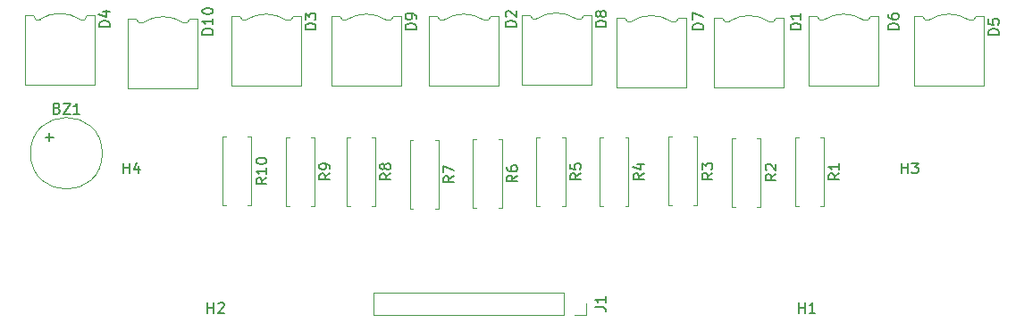
<source format=gbr>
%TF.GenerationSoftware,KiCad,Pcbnew,8.0.1*%
%TF.CreationDate,2025-12-08T14:47:00+00:00*%
%TF.ProjectId,Electric Field Detection LED Bar Circuit,456c6563-7472-4696-9320-4669656c6420,rev?*%
%TF.SameCoordinates,Original*%
%TF.FileFunction,Legend,Top*%
%TF.FilePolarity,Positive*%
%FSLAX46Y46*%
G04 Gerber Fmt 4.6, Leading zero omitted, Abs format (unit mm)*
G04 Created by KiCad (PCBNEW 8.0.1) date 2025-12-08 14:47:00*
%MOMM*%
%LPD*%
G01*
G04 APERTURE LIST*
%ADD10C,0.150000*%
%ADD11C,0.120000*%
G04 APERTURE END LIST*
D10*
X153574819Y-91416666D02*
X153098628Y-91749999D01*
X153574819Y-91988094D02*
X152574819Y-91988094D01*
X152574819Y-91988094D02*
X152574819Y-91607142D01*
X152574819Y-91607142D02*
X152622438Y-91511904D01*
X152622438Y-91511904D02*
X152670057Y-91464285D01*
X152670057Y-91464285D02*
X152765295Y-91416666D01*
X152765295Y-91416666D02*
X152908152Y-91416666D01*
X152908152Y-91416666D02*
X153003390Y-91464285D01*
X153003390Y-91464285D02*
X153051009Y-91511904D01*
X153051009Y-91511904D02*
X153098628Y-91607142D01*
X153098628Y-91607142D02*
X153098628Y-91988094D01*
X152574819Y-90511904D02*
X152574819Y-90988094D01*
X152574819Y-90988094D02*
X153051009Y-91035713D01*
X153051009Y-91035713D02*
X153003390Y-90988094D01*
X153003390Y-90988094D02*
X152955771Y-90892856D01*
X152955771Y-90892856D02*
X152955771Y-90654761D01*
X152955771Y-90654761D02*
X153003390Y-90559523D01*
X153003390Y-90559523D02*
X153051009Y-90511904D01*
X153051009Y-90511904D02*
X153146247Y-90464285D01*
X153146247Y-90464285D02*
X153384342Y-90464285D01*
X153384342Y-90464285D02*
X153479580Y-90511904D01*
X153479580Y-90511904D02*
X153527200Y-90559523D01*
X153527200Y-90559523D02*
X153574819Y-90654761D01*
X153574819Y-90654761D02*
X153574819Y-90892856D01*
X153574819Y-90892856D02*
X153527200Y-90988094D01*
X153527200Y-90988094D02*
X153479580Y-91035713D01*
X155994819Y-77488094D02*
X154994819Y-77488094D01*
X154994819Y-77488094D02*
X154994819Y-77249999D01*
X154994819Y-77249999D02*
X155042438Y-77107142D01*
X155042438Y-77107142D02*
X155137676Y-77011904D01*
X155137676Y-77011904D02*
X155232914Y-76964285D01*
X155232914Y-76964285D02*
X155423390Y-76916666D01*
X155423390Y-76916666D02*
X155566247Y-76916666D01*
X155566247Y-76916666D02*
X155756723Y-76964285D01*
X155756723Y-76964285D02*
X155851961Y-77011904D01*
X155851961Y-77011904D02*
X155947200Y-77107142D01*
X155947200Y-77107142D02*
X155994819Y-77249999D01*
X155994819Y-77249999D02*
X155994819Y-77488094D01*
X155423390Y-76345237D02*
X155375771Y-76440475D01*
X155375771Y-76440475D02*
X155328152Y-76488094D01*
X155328152Y-76488094D02*
X155232914Y-76535713D01*
X155232914Y-76535713D02*
X155185295Y-76535713D01*
X155185295Y-76535713D02*
X155090057Y-76488094D01*
X155090057Y-76488094D02*
X155042438Y-76440475D01*
X155042438Y-76440475D02*
X154994819Y-76345237D01*
X154994819Y-76345237D02*
X154994819Y-76154761D01*
X154994819Y-76154761D02*
X155042438Y-76059523D01*
X155042438Y-76059523D02*
X155090057Y-76011904D01*
X155090057Y-76011904D02*
X155185295Y-75964285D01*
X155185295Y-75964285D02*
X155232914Y-75964285D01*
X155232914Y-75964285D02*
X155328152Y-76011904D01*
X155328152Y-76011904D02*
X155375771Y-76059523D01*
X155375771Y-76059523D02*
X155423390Y-76154761D01*
X155423390Y-76154761D02*
X155423390Y-76345237D01*
X155423390Y-76345237D02*
X155471009Y-76440475D01*
X155471009Y-76440475D02*
X155518628Y-76488094D01*
X155518628Y-76488094D02*
X155613866Y-76535713D01*
X155613866Y-76535713D02*
X155804342Y-76535713D01*
X155804342Y-76535713D02*
X155899580Y-76488094D01*
X155899580Y-76488094D02*
X155947200Y-76440475D01*
X155947200Y-76440475D02*
X155994819Y-76345237D01*
X155994819Y-76345237D02*
X155994819Y-76154761D01*
X155994819Y-76154761D02*
X155947200Y-76059523D01*
X155947200Y-76059523D02*
X155899580Y-76011904D01*
X155899580Y-76011904D02*
X155804342Y-75964285D01*
X155804342Y-75964285D02*
X155613866Y-75964285D01*
X155613866Y-75964285D02*
X155518628Y-76011904D01*
X155518628Y-76011904D02*
X155471009Y-76059523D01*
X155471009Y-76059523D02*
X155423390Y-76154761D01*
X137979819Y-77738094D02*
X136979819Y-77738094D01*
X136979819Y-77738094D02*
X136979819Y-77499999D01*
X136979819Y-77499999D02*
X137027438Y-77357142D01*
X137027438Y-77357142D02*
X137122676Y-77261904D01*
X137122676Y-77261904D02*
X137217914Y-77214285D01*
X137217914Y-77214285D02*
X137408390Y-77166666D01*
X137408390Y-77166666D02*
X137551247Y-77166666D01*
X137551247Y-77166666D02*
X137741723Y-77214285D01*
X137741723Y-77214285D02*
X137836961Y-77261904D01*
X137836961Y-77261904D02*
X137932200Y-77357142D01*
X137932200Y-77357142D02*
X137979819Y-77499999D01*
X137979819Y-77499999D02*
X137979819Y-77738094D01*
X137979819Y-76690475D02*
X137979819Y-76499999D01*
X137979819Y-76499999D02*
X137932200Y-76404761D01*
X137932200Y-76404761D02*
X137884580Y-76357142D01*
X137884580Y-76357142D02*
X137741723Y-76261904D01*
X137741723Y-76261904D02*
X137551247Y-76214285D01*
X137551247Y-76214285D02*
X137170295Y-76214285D01*
X137170295Y-76214285D02*
X137075057Y-76261904D01*
X137075057Y-76261904D02*
X137027438Y-76309523D01*
X137027438Y-76309523D02*
X136979819Y-76404761D01*
X136979819Y-76404761D02*
X136979819Y-76595237D01*
X136979819Y-76595237D02*
X137027438Y-76690475D01*
X137027438Y-76690475D02*
X137075057Y-76738094D01*
X137075057Y-76738094D02*
X137170295Y-76785713D01*
X137170295Y-76785713D02*
X137408390Y-76785713D01*
X137408390Y-76785713D02*
X137503628Y-76738094D01*
X137503628Y-76738094D02*
X137551247Y-76690475D01*
X137551247Y-76690475D02*
X137598866Y-76595237D01*
X137598866Y-76595237D02*
X137598866Y-76404761D01*
X137598866Y-76404761D02*
X137551247Y-76309523D01*
X137551247Y-76309523D02*
X137503628Y-76261904D01*
X137503628Y-76261904D02*
X137408390Y-76214285D01*
X172074819Y-91476666D02*
X171598628Y-91809999D01*
X172074819Y-92048094D02*
X171074819Y-92048094D01*
X171074819Y-92048094D02*
X171074819Y-91667142D01*
X171074819Y-91667142D02*
X171122438Y-91571904D01*
X171122438Y-91571904D02*
X171170057Y-91524285D01*
X171170057Y-91524285D02*
X171265295Y-91476666D01*
X171265295Y-91476666D02*
X171408152Y-91476666D01*
X171408152Y-91476666D02*
X171503390Y-91524285D01*
X171503390Y-91524285D02*
X171551009Y-91571904D01*
X171551009Y-91571904D02*
X171598628Y-91667142D01*
X171598628Y-91667142D02*
X171598628Y-92048094D01*
X171170057Y-91095713D02*
X171122438Y-91048094D01*
X171122438Y-91048094D02*
X171074819Y-90952856D01*
X171074819Y-90952856D02*
X171074819Y-90714761D01*
X171074819Y-90714761D02*
X171122438Y-90619523D01*
X171122438Y-90619523D02*
X171170057Y-90571904D01*
X171170057Y-90571904D02*
X171265295Y-90524285D01*
X171265295Y-90524285D02*
X171360533Y-90524285D01*
X171360533Y-90524285D02*
X171503390Y-90571904D01*
X171503390Y-90571904D02*
X172074819Y-91143332D01*
X172074819Y-91143332D02*
X172074819Y-90524285D01*
X183704819Y-77738094D02*
X182704819Y-77738094D01*
X182704819Y-77738094D02*
X182704819Y-77499999D01*
X182704819Y-77499999D02*
X182752438Y-77357142D01*
X182752438Y-77357142D02*
X182847676Y-77261904D01*
X182847676Y-77261904D02*
X182942914Y-77214285D01*
X182942914Y-77214285D02*
X183133390Y-77166666D01*
X183133390Y-77166666D02*
X183276247Y-77166666D01*
X183276247Y-77166666D02*
X183466723Y-77214285D01*
X183466723Y-77214285D02*
X183561961Y-77261904D01*
X183561961Y-77261904D02*
X183657200Y-77357142D01*
X183657200Y-77357142D02*
X183704819Y-77499999D01*
X183704819Y-77499999D02*
X183704819Y-77738094D01*
X182704819Y-76309523D02*
X182704819Y-76499999D01*
X182704819Y-76499999D02*
X182752438Y-76595237D01*
X182752438Y-76595237D02*
X182800057Y-76642856D01*
X182800057Y-76642856D02*
X182942914Y-76738094D01*
X182942914Y-76738094D02*
X183133390Y-76785713D01*
X183133390Y-76785713D02*
X183514342Y-76785713D01*
X183514342Y-76785713D02*
X183609580Y-76738094D01*
X183609580Y-76738094D02*
X183657200Y-76690475D01*
X183657200Y-76690475D02*
X183704819Y-76595237D01*
X183704819Y-76595237D02*
X183704819Y-76404761D01*
X183704819Y-76404761D02*
X183657200Y-76309523D01*
X183657200Y-76309523D02*
X183609580Y-76261904D01*
X183609580Y-76261904D02*
X183514342Y-76214285D01*
X183514342Y-76214285D02*
X183276247Y-76214285D01*
X183276247Y-76214285D02*
X183181009Y-76261904D01*
X183181009Y-76261904D02*
X183133390Y-76309523D01*
X183133390Y-76309523D02*
X183085771Y-76404761D01*
X183085771Y-76404761D02*
X183085771Y-76595237D01*
X183085771Y-76595237D02*
X183133390Y-76690475D01*
X183133390Y-76690475D02*
X183181009Y-76738094D01*
X183181009Y-76738094D02*
X183276247Y-76785713D01*
X159574819Y-91416666D02*
X159098628Y-91749999D01*
X159574819Y-91988094D02*
X158574819Y-91988094D01*
X158574819Y-91988094D02*
X158574819Y-91607142D01*
X158574819Y-91607142D02*
X158622438Y-91511904D01*
X158622438Y-91511904D02*
X158670057Y-91464285D01*
X158670057Y-91464285D02*
X158765295Y-91416666D01*
X158765295Y-91416666D02*
X158908152Y-91416666D01*
X158908152Y-91416666D02*
X159003390Y-91464285D01*
X159003390Y-91464285D02*
X159051009Y-91511904D01*
X159051009Y-91511904D02*
X159098628Y-91607142D01*
X159098628Y-91607142D02*
X159098628Y-91988094D01*
X158908152Y-90559523D02*
X159574819Y-90559523D01*
X158527200Y-90797618D02*
X159241485Y-91035713D01*
X159241485Y-91035713D02*
X159241485Y-90416666D01*
X154954819Y-104083333D02*
X155669104Y-104083333D01*
X155669104Y-104083333D02*
X155811961Y-104130952D01*
X155811961Y-104130952D02*
X155907200Y-104226190D01*
X155907200Y-104226190D02*
X155954819Y-104369047D01*
X155954819Y-104369047D02*
X155954819Y-104464285D01*
X155954819Y-103083333D02*
X155954819Y-103654761D01*
X155954819Y-103369047D02*
X154954819Y-103369047D01*
X154954819Y-103369047D02*
X155097676Y-103464285D01*
X155097676Y-103464285D02*
X155192914Y-103559523D01*
X155192914Y-103559523D02*
X155240533Y-103654761D01*
X174454819Y-77738094D02*
X173454819Y-77738094D01*
X173454819Y-77738094D02*
X173454819Y-77499999D01*
X173454819Y-77499999D02*
X173502438Y-77357142D01*
X173502438Y-77357142D02*
X173597676Y-77261904D01*
X173597676Y-77261904D02*
X173692914Y-77214285D01*
X173692914Y-77214285D02*
X173883390Y-77166666D01*
X173883390Y-77166666D02*
X174026247Y-77166666D01*
X174026247Y-77166666D02*
X174216723Y-77214285D01*
X174216723Y-77214285D02*
X174311961Y-77261904D01*
X174311961Y-77261904D02*
X174407200Y-77357142D01*
X174407200Y-77357142D02*
X174454819Y-77499999D01*
X174454819Y-77499999D02*
X174454819Y-77738094D01*
X174454819Y-76214285D02*
X174454819Y-76785713D01*
X174454819Y-76499999D02*
X173454819Y-76499999D01*
X173454819Y-76499999D02*
X173597676Y-76595237D01*
X173597676Y-76595237D02*
X173692914Y-76690475D01*
X173692914Y-76690475D02*
X173740533Y-76785713D01*
X166074819Y-91356666D02*
X165598628Y-91689999D01*
X166074819Y-91928094D02*
X165074819Y-91928094D01*
X165074819Y-91928094D02*
X165074819Y-91547142D01*
X165074819Y-91547142D02*
X165122438Y-91451904D01*
X165122438Y-91451904D02*
X165170057Y-91404285D01*
X165170057Y-91404285D02*
X165265295Y-91356666D01*
X165265295Y-91356666D02*
X165408152Y-91356666D01*
X165408152Y-91356666D02*
X165503390Y-91404285D01*
X165503390Y-91404285D02*
X165551009Y-91451904D01*
X165551009Y-91451904D02*
X165598628Y-91547142D01*
X165598628Y-91547142D02*
X165598628Y-91928094D01*
X165074819Y-91023332D02*
X165074819Y-90404285D01*
X165074819Y-90404285D02*
X165455771Y-90737618D01*
X165455771Y-90737618D02*
X165455771Y-90594761D01*
X165455771Y-90594761D02*
X165503390Y-90499523D01*
X165503390Y-90499523D02*
X165551009Y-90451904D01*
X165551009Y-90451904D02*
X165646247Y-90404285D01*
X165646247Y-90404285D02*
X165884342Y-90404285D01*
X165884342Y-90404285D02*
X165979580Y-90451904D01*
X165979580Y-90451904D02*
X166027200Y-90499523D01*
X166027200Y-90499523D02*
X166074819Y-90594761D01*
X166074819Y-90594761D02*
X166074819Y-90880475D01*
X166074819Y-90880475D02*
X166027200Y-90975713D01*
X166027200Y-90975713D02*
X165979580Y-91023332D01*
X123824819Y-91832857D02*
X123348628Y-92166190D01*
X123824819Y-92404285D02*
X122824819Y-92404285D01*
X122824819Y-92404285D02*
X122824819Y-92023333D01*
X122824819Y-92023333D02*
X122872438Y-91928095D01*
X122872438Y-91928095D02*
X122920057Y-91880476D01*
X122920057Y-91880476D02*
X123015295Y-91832857D01*
X123015295Y-91832857D02*
X123158152Y-91832857D01*
X123158152Y-91832857D02*
X123253390Y-91880476D01*
X123253390Y-91880476D02*
X123301009Y-91928095D01*
X123301009Y-91928095D02*
X123348628Y-92023333D01*
X123348628Y-92023333D02*
X123348628Y-92404285D01*
X123824819Y-90880476D02*
X123824819Y-91451904D01*
X123824819Y-91166190D02*
X122824819Y-91166190D01*
X122824819Y-91166190D02*
X122967676Y-91261428D01*
X122967676Y-91261428D02*
X123062914Y-91356666D01*
X123062914Y-91356666D02*
X123110533Y-91451904D01*
X122824819Y-90261428D02*
X122824819Y-90166190D01*
X122824819Y-90166190D02*
X122872438Y-90070952D01*
X122872438Y-90070952D02*
X122920057Y-90023333D01*
X122920057Y-90023333D02*
X123015295Y-89975714D01*
X123015295Y-89975714D02*
X123205771Y-89928095D01*
X123205771Y-89928095D02*
X123443866Y-89928095D01*
X123443866Y-89928095D02*
X123634342Y-89975714D01*
X123634342Y-89975714D02*
X123729580Y-90023333D01*
X123729580Y-90023333D02*
X123777200Y-90070952D01*
X123777200Y-90070952D02*
X123824819Y-90166190D01*
X123824819Y-90166190D02*
X123824819Y-90261428D01*
X123824819Y-90261428D02*
X123777200Y-90356666D01*
X123777200Y-90356666D02*
X123729580Y-90404285D01*
X123729580Y-90404285D02*
X123634342Y-90451904D01*
X123634342Y-90451904D02*
X123443866Y-90499523D01*
X123443866Y-90499523D02*
X123205771Y-90499523D01*
X123205771Y-90499523D02*
X123015295Y-90451904D01*
X123015295Y-90451904D02*
X122920057Y-90404285D01*
X122920057Y-90404285D02*
X122872438Y-90356666D01*
X122872438Y-90356666D02*
X122824819Y-90261428D01*
X108954819Y-77488094D02*
X107954819Y-77488094D01*
X107954819Y-77488094D02*
X107954819Y-77249999D01*
X107954819Y-77249999D02*
X108002438Y-77107142D01*
X108002438Y-77107142D02*
X108097676Y-77011904D01*
X108097676Y-77011904D02*
X108192914Y-76964285D01*
X108192914Y-76964285D02*
X108383390Y-76916666D01*
X108383390Y-76916666D02*
X108526247Y-76916666D01*
X108526247Y-76916666D02*
X108716723Y-76964285D01*
X108716723Y-76964285D02*
X108811961Y-77011904D01*
X108811961Y-77011904D02*
X108907200Y-77107142D01*
X108907200Y-77107142D02*
X108954819Y-77249999D01*
X108954819Y-77249999D02*
X108954819Y-77488094D01*
X108288152Y-76059523D02*
X108954819Y-76059523D01*
X107907200Y-76297618D02*
X108621485Y-76535713D01*
X108621485Y-76535713D02*
X108621485Y-75916666D01*
X193204819Y-78238094D02*
X192204819Y-78238094D01*
X192204819Y-78238094D02*
X192204819Y-77999999D01*
X192204819Y-77999999D02*
X192252438Y-77857142D01*
X192252438Y-77857142D02*
X192347676Y-77761904D01*
X192347676Y-77761904D02*
X192442914Y-77714285D01*
X192442914Y-77714285D02*
X192633390Y-77666666D01*
X192633390Y-77666666D02*
X192776247Y-77666666D01*
X192776247Y-77666666D02*
X192966723Y-77714285D01*
X192966723Y-77714285D02*
X193061961Y-77761904D01*
X193061961Y-77761904D02*
X193157200Y-77857142D01*
X193157200Y-77857142D02*
X193204819Y-77999999D01*
X193204819Y-77999999D02*
X193204819Y-78238094D01*
X192204819Y-76761904D02*
X192204819Y-77238094D01*
X192204819Y-77238094D02*
X192681009Y-77285713D01*
X192681009Y-77285713D02*
X192633390Y-77238094D01*
X192633390Y-77238094D02*
X192585771Y-77142856D01*
X192585771Y-77142856D02*
X192585771Y-76904761D01*
X192585771Y-76904761D02*
X192633390Y-76809523D01*
X192633390Y-76809523D02*
X192681009Y-76761904D01*
X192681009Y-76761904D02*
X192776247Y-76714285D01*
X192776247Y-76714285D02*
X193014342Y-76714285D01*
X193014342Y-76714285D02*
X193109580Y-76761904D01*
X193109580Y-76761904D02*
X193157200Y-76809523D01*
X193157200Y-76809523D02*
X193204819Y-76904761D01*
X193204819Y-76904761D02*
X193204819Y-77142856D01*
X193204819Y-77142856D02*
X193157200Y-77238094D01*
X193157200Y-77238094D02*
X193109580Y-77285713D01*
X135574819Y-91416666D02*
X135098628Y-91749999D01*
X135574819Y-91988094D02*
X134574819Y-91988094D01*
X134574819Y-91988094D02*
X134574819Y-91607142D01*
X134574819Y-91607142D02*
X134622438Y-91511904D01*
X134622438Y-91511904D02*
X134670057Y-91464285D01*
X134670057Y-91464285D02*
X134765295Y-91416666D01*
X134765295Y-91416666D02*
X134908152Y-91416666D01*
X134908152Y-91416666D02*
X135003390Y-91464285D01*
X135003390Y-91464285D02*
X135051009Y-91511904D01*
X135051009Y-91511904D02*
X135098628Y-91607142D01*
X135098628Y-91607142D02*
X135098628Y-91988094D01*
X135003390Y-90845237D02*
X134955771Y-90940475D01*
X134955771Y-90940475D02*
X134908152Y-90988094D01*
X134908152Y-90988094D02*
X134812914Y-91035713D01*
X134812914Y-91035713D02*
X134765295Y-91035713D01*
X134765295Y-91035713D02*
X134670057Y-90988094D01*
X134670057Y-90988094D02*
X134622438Y-90940475D01*
X134622438Y-90940475D02*
X134574819Y-90845237D01*
X134574819Y-90845237D02*
X134574819Y-90654761D01*
X134574819Y-90654761D02*
X134622438Y-90559523D01*
X134622438Y-90559523D02*
X134670057Y-90511904D01*
X134670057Y-90511904D02*
X134765295Y-90464285D01*
X134765295Y-90464285D02*
X134812914Y-90464285D01*
X134812914Y-90464285D02*
X134908152Y-90511904D01*
X134908152Y-90511904D02*
X134955771Y-90559523D01*
X134955771Y-90559523D02*
X135003390Y-90654761D01*
X135003390Y-90654761D02*
X135003390Y-90845237D01*
X135003390Y-90845237D02*
X135051009Y-90940475D01*
X135051009Y-90940475D02*
X135098628Y-90988094D01*
X135098628Y-90988094D02*
X135193866Y-91035713D01*
X135193866Y-91035713D02*
X135384342Y-91035713D01*
X135384342Y-91035713D02*
X135479580Y-90988094D01*
X135479580Y-90988094D02*
X135527200Y-90940475D01*
X135527200Y-90940475D02*
X135574819Y-90845237D01*
X135574819Y-90845237D02*
X135574819Y-90654761D01*
X135574819Y-90654761D02*
X135527200Y-90559523D01*
X135527200Y-90559523D02*
X135479580Y-90511904D01*
X135479580Y-90511904D02*
X135384342Y-90464285D01*
X135384342Y-90464285D02*
X135193866Y-90464285D01*
X135193866Y-90464285D02*
X135098628Y-90511904D01*
X135098628Y-90511904D02*
X135051009Y-90559523D01*
X135051009Y-90559523D02*
X135003390Y-90654761D01*
X128479819Y-77738094D02*
X127479819Y-77738094D01*
X127479819Y-77738094D02*
X127479819Y-77499999D01*
X127479819Y-77499999D02*
X127527438Y-77357142D01*
X127527438Y-77357142D02*
X127622676Y-77261904D01*
X127622676Y-77261904D02*
X127717914Y-77214285D01*
X127717914Y-77214285D02*
X127908390Y-77166666D01*
X127908390Y-77166666D02*
X128051247Y-77166666D01*
X128051247Y-77166666D02*
X128241723Y-77214285D01*
X128241723Y-77214285D02*
X128336961Y-77261904D01*
X128336961Y-77261904D02*
X128432200Y-77357142D01*
X128432200Y-77357142D02*
X128479819Y-77499999D01*
X128479819Y-77499999D02*
X128479819Y-77738094D01*
X127479819Y-76833332D02*
X127479819Y-76214285D01*
X127479819Y-76214285D02*
X127860771Y-76547618D01*
X127860771Y-76547618D02*
X127860771Y-76404761D01*
X127860771Y-76404761D02*
X127908390Y-76309523D01*
X127908390Y-76309523D02*
X127956009Y-76261904D01*
X127956009Y-76261904D02*
X128051247Y-76214285D01*
X128051247Y-76214285D02*
X128289342Y-76214285D01*
X128289342Y-76214285D02*
X128384580Y-76261904D01*
X128384580Y-76261904D02*
X128432200Y-76309523D01*
X128432200Y-76309523D02*
X128479819Y-76404761D01*
X128479819Y-76404761D02*
X128479819Y-76690475D01*
X128479819Y-76690475D02*
X128432200Y-76785713D01*
X128432200Y-76785713D02*
X128384580Y-76833332D01*
X118238095Y-104654819D02*
X118238095Y-103654819D01*
X118238095Y-104131009D02*
X118809523Y-104131009D01*
X118809523Y-104654819D02*
X118809523Y-103654819D01*
X119238095Y-103750057D02*
X119285714Y-103702438D01*
X119285714Y-103702438D02*
X119380952Y-103654819D01*
X119380952Y-103654819D02*
X119619047Y-103654819D01*
X119619047Y-103654819D02*
X119714285Y-103702438D01*
X119714285Y-103702438D02*
X119761904Y-103750057D01*
X119761904Y-103750057D02*
X119809523Y-103845295D01*
X119809523Y-103845295D02*
X119809523Y-103940533D01*
X119809523Y-103940533D02*
X119761904Y-104083390D01*
X119761904Y-104083390D02*
X119190476Y-104654819D01*
X119190476Y-104654819D02*
X119809523Y-104654819D01*
X110238095Y-91404819D02*
X110238095Y-90404819D01*
X110238095Y-90881009D02*
X110809523Y-90881009D01*
X110809523Y-91404819D02*
X110809523Y-90404819D01*
X111714285Y-90738152D02*
X111714285Y-91404819D01*
X111476190Y-90357200D02*
X111238095Y-91071485D01*
X111238095Y-91071485D02*
X111857142Y-91071485D01*
X129824819Y-91416666D02*
X129348628Y-91749999D01*
X129824819Y-91988094D02*
X128824819Y-91988094D01*
X128824819Y-91988094D02*
X128824819Y-91607142D01*
X128824819Y-91607142D02*
X128872438Y-91511904D01*
X128872438Y-91511904D02*
X128920057Y-91464285D01*
X128920057Y-91464285D02*
X129015295Y-91416666D01*
X129015295Y-91416666D02*
X129158152Y-91416666D01*
X129158152Y-91416666D02*
X129253390Y-91464285D01*
X129253390Y-91464285D02*
X129301009Y-91511904D01*
X129301009Y-91511904D02*
X129348628Y-91607142D01*
X129348628Y-91607142D02*
X129348628Y-91988094D01*
X129824819Y-90940475D02*
X129824819Y-90749999D01*
X129824819Y-90749999D02*
X129777200Y-90654761D01*
X129777200Y-90654761D02*
X129729580Y-90607142D01*
X129729580Y-90607142D02*
X129586723Y-90511904D01*
X129586723Y-90511904D02*
X129396247Y-90464285D01*
X129396247Y-90464285D02*
X129015295Y-90464285D01*
X129015295Y-90464285D02*
X128920057Y-90511904D01*
X128920057Y-90511904D02*
X128872438Y-90559523D01*
X128872438Y-90559523D02*
X128824819Y-90654761D01*
X128824819Y-90654761D02*
X128824819Y-90845237D01*
X128824819Y-90845237D02*
X128872438Y-90940475D01*
X128872438Y-90940475D02*
X128920057Y-90988094D01*
X128920057Y-90988094D02*
X129015295Y-91035713D01*
X129015295Y-91035713D02*
X129253390Y-91035713D01*
X129253390Y-91035713D02*
X129348628Y-90988094D01*
X129348628Y-90988094D02*
X129396247Y-90940475D01*
X129396247Y-90940475D02*
X129443866Y-90845237D01*
X129443866Y-90845237D02*
X129443866Y-90654761D01*
X129443866Y-90654761D02*
X129396247Y-90559523D01*
X129396247Y-90559523D02*
X129348628Y-90511904D01*
X129348628Y-90511904D02*
X129253390Y-90464285D01*
X147574819Y-91606666D02*
X147098628Y-91939999D01*
X147574819Y-92178094D02*
X146574819Y-92178094D01*
X146574819Y-92178094D02*
X146574819Y-91797142D01*
X146574819Y-91797142D02*
X146622438Y-91701904D01*
X146622438Y-91701904D02*
X146670057Y-91654285D01*
X146670057Y-91654285D02*
X146765295Y-91606666D01*
X146765295Y-91606666D02*
X146908152Y-91606666D01*
X146908152Y-91606666D02*
X147003390Y-91654285D01*
X147003390Y-91654285D02*
X147051009Y-91701904D01*
X147051009Y-91701904D02*
X147098628Y-91797142D01*
X147098628Y-91797142D02*
X147098628Y-92178094D01*
X146574819Y-90749523D02*
X146574819Y-90939999D01*
X146574819Y-90939999D02*
X146622438Y-91035237D01*
X146622438Y-91035237D02*
X146670057Y-91082856D01*
X146670057Y-91082856D02*
X146812914Y-91178094D01*
X146812914Y-91178094D02*
X147003390Y-91225713D01*
X147003390Y-91225713D02*
X147384342Y-91225713D01*
X147384342Y-91225713D02*
X147479580Y-91178094D01*
X147479580Y-91178094D02*
X147527200Y-91130475D01*
X147527200Y-91130475D02*
X147574819Y-91035237D01*
X147574819Y-91035237D02*
X147574819Y-90844761D01*
X147574819Y-90844761D02*
X147527200Y-90749523D01*
X147527200Y-90749523D02*
X147479580Y-90701904D01*
X147479580Y-90701904D02*
X147384342Y-90654285D01*
X147384342Y-90654285D02*
X147146247Y-90654285D01*
X147146247Y-90654285D02*
X147051009Y-90701904D01*
X147051009Y-90701904D02*
X147003390Y-90749523D01*
X147003390Y-90749523D02*
X146955771Y-90844761D01*
X146955771Y-90844761D02*
X146955771Y-91035237D01*
X146955771Y-91035237D02*
X147003390Y-91130475D01*
X147003390Y-91130475D02*
X147051009Y-91178094D01*
X147051009Y-91178094D02*
X147146247Y-91225713D01*
X147454819Y-77488094D02*
X146454819Y-77488094D01*
X146454819Y-77488094D02*
X146454819Y-77249999D01*
X146454819Y-77249999D02*
X146502438Y-77107142D01*
X146502438Y-77107142D02*
X146597676Y-77011904D01*
X146597676Y-77011904D02*
X146692914Y-76964285D01*
X146692914Y-76964285D02*
X146883390Y-76916666D01*
X146883390Y-76916666D02*
X147026247Y-76916666D01*
X147026247Y-76916666D02*
X147216723Y-76964285D01*
X147216723Y-76964285D02*
X147311961Y-77011904D01*
X147311961Y-77011904D02*
X147407200Y-77107142D01*
X147407200Y-77107142D02*
X147454819Y-77249999D01*
X147454819Y-77249999D02*
X147454819Y-77488094D01*
X146550057Y-76535713D02*
X146502438Y-76488094D01*
X146502438Y-76488094D02*
X146454819Y-76392856D01*
X146454819Y-76392856D02*
X146454819Y-76154761D01*
X146454819Y-76154761D02*
X146502438Y-76059523D01*
X146502438Y-76059523D02*
X146550057Y-76011904D01*
X146550057Y-76011904D02*
X146645295Y-75964285D01*
X146645295Y-75964285D02*
X146740533Y-75964285D01*
X146740533Y-75964285D02*
X146883390Y-76011904D01*
X146883390Y-76011904D02*
X147454819Y-76583332D01*
X147454819Y-76583332D02*
X147454819Y-75964285D01*
X183988095Y-91404819D02*
X183988095Y-90404819D01*
X183988095Y-90881009D02*
X184559523Y-90881009D01*
X184559523Y-91404819D02*
X184559523Y-90404819D01*
X184940476Y-90404819D02*
X185559523Y-90404819D01*
X185559523Y-90404819D02*
X185226190Y-90785771D01*
X185226190Y-90785771D02*
X185369047Y-90785771D01*
X185369047Y-90785771D02*
X185464285Y-90833390D01*
X185464285Y-90833390D02*
X185511904Y-90881009D01*
X185511904Y-90881009D02*
X185559523Y-90976247D01*
X185559523Y-90976247D02*
X185559523Y-91214342D01*
X185559523Y-91214342D02*
X185511904Y-91309580D01*
X185511904Y-91309580D02*
X185464285Y-91357200D01*
X185464285Y-91357200D02*
X185369047Y-91404819D01*
X185369047Y-91404819D02*
X185083333Y-91404819D01*
X185083333Y-91404819D02*
X184988095Y-91357200D01*
X184988095Y-91357200D02*
X184940476Y-91309580D01*
X174238095Y-104654819D02*
X174238095Y-103654819D01*
X174238095Y-104131009D02*
X174809523Y-104131009D01*
X174809523Y-104654819D02*
X174809523Y-103654819D01*
X175809523Y-104654819D02*
X175238095Y-104654819D01*
X175523809Y-104654819D02*
X175523809Y-103654819D01*
X175523809Y-103654819D02*
X175428571Y-103797676D01*
X175428571Y-103797676D02*
X175333333Y-103892914D01*
X175333333Y-103892914D02*
X175238095Y-103940533D01*
X141574819Y-91666666D02*
X141098628Y-91999999D01*
X141574819Y-92238094D02*
X140574819Y-92238094D01*
X140574819Y-92238094D02*
X140574819Y-91857142D01*
X140574819Y-91857142D02*
X140622438Y-91761904D01*
X140622438Y-91761904D02*
X140670057Y-91714285D01*
X140670057Y-91714285D02*
X140765295Y-91666666D01*
X140765295Y-91666666D02*
X140908152Y-91666666D01*
X140908152Y-91666666D02*
X141003390Y-91714285D01*
X141003390Y-91714285D02*
X141051009Y-91761904D01*
X141051009Y-91761904D02*
X141098628Y-91857142D01*
X141098628Y-91857142D02*
X141098628Y-92238094D01*
X140574819Y-91333332D02*
X140574819Y-90666666D01*
X140574819Y-90666666D02*
X141574819Y-91095237D01*
X103969047Y-85231009D02*
X104111904Y-85278628D01*
X104111904Y-85278628D02*
X104159523Y-85326247D01*
X104159523Y-85326247D02*
X104207142Y-85421485D01*
X104207142Y-85421485D02*
X104207142Y-85564342D01*
X104207142Y-85564342D02*
X104159523Y-85659580D01*
X104159523Y-85659580D02*
X104111904Y-85707200D01*
X104111904Y-85707200D02*
X104016666Y-85754819D01*
X104016666Y-85754819D02*
X103635714Y-85754819D01*
X103635714Y-85754819D02*
X103635714Y-84754819D01*
X103635714Y-84754819D02*
X103969047Y-84754819D01*
X103969047Y-84754819D02*
X104064285Y-84802438D01*
X104064285Y-84802438D02*
X104111904Y-84850057D01*
X104111904Y-84850057D02*
X104159523Y-84945295D01*
X104159523Y-84945295D02*
X104159523Y-85040533D01*
X104159523Y-85040533D02*
X104111904Y-85135771D01*
X104111904Y-85135771D02*
X104064285Y-85183390D01*
X104064285Y-85183390D02*
X103969047Y-85231009D01*
X103969047Y-85231009D02*
X103635714Y-85231009D01*
X104540476Y-84754819D02*
X105207142Y-84754819D01*
X105207142Y-84754819D02*
X104540476Y-85754819D01*
X104540476Y-85754819D02*
X105207142Y-85754819D01*
X106111904Y-85754819D02*
X105540476Y-85754819D01*
X105826190Y-85754819D02*
X105826190Y-84754819D01*
X105826190Y-84754819D02*
X105730952Y-84897676D01*
X105730952Y-84897676D02*
X105635714Y-84992914D01*
X105635714Y-84992914D02*
X105540476Y-85040533D01*
X102869048Y-87973866D02*
X103630953Y-87973866D01*
X103250000Y-88354819D02*
X103250000Y-87592914D01*
X178074819Y-91416666D02*
X177598628Y-91749999D01*
X178074819Y-91988094D02*
X177074819Y-91988094D01*
X177074819Y-91988094D02*
X177074819Y-91607142D01*
X177074819Y-91607142D02*
X177122438Y-91511904D01*
X177122438Y-91511904D02*
X177170057Y-91464285D01*
X177170057Y-91464285D02*
X177265295Y-91416666D01*
X177265295Y-91416666D02*
X177408152Y-91416666D01*
X177408152Y-91416666D02*
X177503390Y-91464285D01*
X177503390Y-91464285D02*
X177551009Y-91511904D01*
X177551009Y-91511904D02*
X177598628Y-91607142D01*
X177598628Y-91607142D02*
X177598628Y-91988094D01*
X178074819Y-90464285D02*
X178074819Y-91035713D01*
X178074819Y-90749999D02*
X177074819Y-90749999D01*
X177074819Y-90749999D02*
X177217676Y-90845237D01*
X177217676Y-90845237D02*
X177312914Y-90940475D01*
X177312914Y-90940475D02*
X177360533Y-91035713D01*
X118729819Y-78214285D02*
X117729819Y-78214285D01*
X117729819Y-78214285D02*
X117729819Y-77976190D01*
X117729819Y-77976190D02*
X117777438Y-77833333D01*
X117777438Y-77833333D02*
X117872676Y-77738095D01*
X117872676Y-77738095D02*
X117967914Y-77690476D01*
X117967914Y-77690476D02*
X118158390Y-77642857D01*
X118158390Y-77642857D02*
X118301247Y-77642857D01*
X118301247Y-77642857D02*
X118491723Y-77690476D01*
X118491723Y-77690476D02*
X118586961Y-77738095D01*
X118586961Y-77738095D02*
X118682200Y-77833333D01*
X118682200Y-77833333D02*
X118729819Y-77976190D01*
X118729819Y-77976190D02*
X118729819Y-78214285D01*
X118729819Y-76690476D02*
X118729819Y-77261904D01*
X118729819Y-76976190D02*
X117729819Y-76976190D01*
X117729819Y-76976190D02*
X117872676Y-77071428D01*
X117872676Y-77071428D02*
X117967914Y-77166666D01*
X117967914Y-77166666D02*
X118015533Y-77261904D01*
X117729819Y-76071428D02*
X117729819Y-75976190D01*
X117729819Y-75976190D02*
X117777438Y-75880952D01*
X117777438Y-75880952D02*
X117825057Y-75833333D01*
X117825057Y-75833333D02*
X117920295Y-75785714D01*
X117920295Y-75785714D02*
X118110771Y-75738095D01*
X118110771Y-75738095D02*
X118348866Y-75738095D01*
X118348866Y-75738095D02*
X118539342Y-75785714D01*
X118539342Y-75785714D02*
X118634580Y-75833333D01*
X118634580Y-75833333D02*
X118682200Y-75880952D01*
X118682200Y-75880952D02*
X118729819Y-75976190D01*
X118729819Y-75976190D02*
X118729819Y-76071428D01*
X118729819Y-76071428D02*
X118682200Y-76166666D01*
X118682200Y-76166666D02*
X118634580Y-76214285D01*
X118634580Y-76214285D02*
X118539342Y-76261904D01*
X118539342Y-76261904D02*
X118348866Y-76309523D01*
X118348866Y-76309523D02*
X118110771Y-76309523D01*
X118110771Y-76309523D02*
X117920295Y-76261904D01*
X117920295Y-76261904D02*
X117825057Y-76214285D01*
X117825057Y-76214285D02*
X117777438Y-76166666D01*
X117777438Y-76166666D02*
X117729819Y-76071428D01*
X165204819Y-77738094D02*
X164204819Y-77738094D01*
X164204819Y-77738094D02*
X164204819Y-77499999D01*
X164204819Y-77499999D02*
X164252438Y-77357142D01*
X164252438Y-77357142D02*
X164347676Y-77261904D01*
X164347676Y-77261904D02*
X164442914Y-77214285D01*
X164442914Y-77214285D02*
X164633390Y-77166666D01*
X164633390Y-77166666D02*
X164776247Y-77166666D01*
X164776247Y-77166666D02*
X164966723Y-77214285D01*
X164966723Y-77214285D02*
X165061961Y-77261904D01*
X165061961Y-77261904D02*
X165157200Y-77357142D01*
X165157200Y-77357142D02*
X165204819Y-77499999D01*
X165204819Y-77499999D02*
X165204819Y-77738094D01*
X164204819Y-76833332D02*
X164204819Y-76166666D01*
X164204819Y-76166666D02*
X165204819Y-76595237D01*
D11*
%TO.C,R5*%
X149380000Y-87980000D02*
X149380000Y-94520000D01*
X149380000Y-94520000D02*
X149710000Y-94520000D01*
X149710000Y-87980000D02*
X149380000Y-87980000D01*
X151790000Y-87980000D02*
X152120000Y-87980000D01*
X152120000Y-87980000D02*
X152120000Y-94520000D01*
X152120000Y-94520000D02*
X151790000Y-94520000D01*
%TO.C,D8*%
X147968000Y-76363639D02*
X148730000Y-76363639D01*
X147968000Y-82967639D02*
X147968000Y-76363639D01*
X147968000Y-82967639D02*
X154572000Y-82967639D01*
X148984000Y-76744639D02*
X148730000Y-76363639D01*
X148984000Y-76744639D02*
X149365000Y-76744639D01*
X153556000Y-76744639D02*
X153175000Y-76744639D01*
X153810000Y-76363639D02*
X153556000Y-76744639D01*
X154572000Y-76363639D02*
X153810000Y-76363639D01*
X154572000Y-82967639D02*
X154572000Y-76363639D01*
X149366157Y-76743887D02*
G75*
G02*
X153174999Y-76744640I1903843J-2921752D01*
G01*
%TO.C,D9*%
X129953000Y-76468000D02*
X130715000Y-76468000D01*
X129953000Y-83072000D02*
X129953000Y-76468000D01*
X129953000Y-83072000D02*
X136557000Y-83072000D01*
X130969000Y-76849000D02*
X130715000Y-76468000D01*
X130969000Y-76849000D02*
X131350000Y-76849000D01*
X135541000Y-76849000D02*
X135160000Y-76849000D01*
X135795000Y-76468000D02*
X135541000Y-76849000D01*
X136557000Y-76468000D02*
X135795000Y-76468000D01*
X136557000Y-83072000D02*
X136557000Y-76468000D01*
X131351157Y-76848248D02*
G75*
G02*
X135159999Y-76849001I1903843J-2921752D01*
G01*
%TO.C,R2*%
X167880000Y-88040000D02*
X167880000Y-94580000D01*
X167880000Y-94580000D02*
X168210000Y-94580000D01*
X168210000Y-88040000D02*
X167880000Y-88040000D01*
X170290000Y-88040000D02*
X170620000Y-88040000D01*
X170620000Y-88040000D02*
X170620000Y-94580000D01*
X170620000Y-94580000D02*
X170290000Y-94580000D01*
%TO.C,D6*%
X175178000Y-76468000D02*
X175940000Y-76468000D01*
X175178000Y-83072000D02*
X175178000Y-76468000D01*
X175178000Y-83072000D02*
X181782000Y-83072000D01*
X176194000Y-76849000D02*
X175940000Y-76468000D01*
X176194000Y-76849000D02*
X176575000Y-76849000D01*
X180766000Y-76849000D02*
X180385000Y-76849000D01*
X181020000Y-76468000D02*
X180766000Y-76849000D01*
X181782000Y-76468000D02*
X181020000Y-76468000D01*
X181782000Y-83072000D02*
X181782000Y-76468000D01*
X176576157Y-76848248D02*
G75*
G02*
X180384999Y-76849001I1903843J-2921752D01*
G01*
%TO.C,R4*%
X155380000Y-87980000D02*
X155380000Y-94520000D01*
X155380000Y-94520000D02*
X155710000Y-94520000D01*
X155710000Y-87980000D02*
X155380000Y-87980000D01*
X157790000Y-87980000D02*
X158120000Y-87980000D01*
X158120000Y-87980000D02*
X158120000Y-94520000D01*
X158120000Y-94520000D02*
X157790000Y-94520000D01*
%TO.C,J1*%
X133940000Y-102690000D02*
X133940000Y-104810000D01*
X152000000Y-102690000D02*
X133940000Y-102690000D01*
X152000000Y-102690000D02*
X152000000Y-104810000D01*
X152000000Y-104810000D02*
X133940000Y-104810000D01*
X154060000Y-103750000D02*
X154060000Y-104810000D01*
X154060000Y-104810000D02*
X153000000Y-104810000D01*
%TO.C,D1*%
X166218000Y-76613639D02*
X166980000Y-76613639D01*
X166218000Y-83217639D02*
X166218000Y-76613639D01*
X166218000Y-83217639D02*
X172822000Y-83217639D01*
X167234000Y-76994639D02*
X166980000Y-76613639D01*
X167234000Y-76994639D02*
X167615000Y-76994639D01*
X171806000Y-76994639D02*
X171425000Y-76994639D01*
X172060000Y-76613639D02*
X171806000Y-76994639D01*
X172822000Y-76613639D02*
X172060000Y-76613639D01*
X172822000Y-83217639D02*
X172822000Y-76613639D01*
X167616157Y-76993887D02*
G75*
G02*
X171424999Y-76994640I1903843J-2921752D01*
G01*
%TO.C,R3*%
X161880000Y-87920000D02*
X161880000Y-94460000D01*
X161880000Y-94460000D02*
X162210000Y-94460000D01*
X162210000Y-87920000D02*
X161880000Y-87920000D01*
X164290000Y-87920000D02*
X164620000Y-87920000D01*
X164620000Y-87920000D02*
X164620000Y-94460000D01*
X164620000Y-94460000D02*
X164290000Y-94460000D01*
%TO.C,R10*%
X119630000Y-87920000D02*
X119630000Y-94460000D01*
X119630000Y-94460000D02*
X119960000Y-94460000D01*
X119960000Y-87920000D02*
X119630000Y-87920000D01*
X122040000Y-87920000D02*
X122370000Y-87920000D01*
X122370000Y-87920000D02*
X122370000Y-94460000D01*
X122370000Y-94460000D02*
X122040000Y-94460000D01*
%TO.C,D4*%
X100928000Y-76403639D02*
X101690000Y-76403639D01*
X100928000Y-83007639D02*
X100928000Y-76403639D01*
X100928000Y-83007639D02*
X107532000Y-83007639D01*
X101944000Y-76784639D02*
X101690000Y-76403639D01*
X101944000Y-76784639D02*
X102325000Y-76784639D01*
X106516000Y-76784639D02*
X106135000Y-76784639D01*
X106770000Y-76403639D02*
X106516000Y-76784639D01*
X107532000Y-76403639D02*
X106770000Y-76403639D01*
X107532000Y-83007639D02*
X107532000Y-76403639D01*
X102326157Y-76783887D02*
G75*
G02*
X106134999Y-76784640I1903843J-2921752D01*
G01*
%TO.C,D5*%
X185178000Y-76468000D02*
X185940000Y-76468000D01*
X185178000Y-83072000D02*
X185178000Y-76468000D01*
X185178000Y-83072000D02*
X191782000Y-83072000D01*
X186194000Y-76849000D02*
X185940000Y-76468000D01*
X186194000Y-76849000D02*
X186575000Y-76849000D01*
X190766000Y-76849000D02*
X190385000Y-76849000D01*
X191020000Y-76468000D02*
X190766000Y-76849000D01*
X191782000Y-76468000D02*
X191020000Y-76468000D01*
X191782000Y-83072000D02*
X191782000Y-76468000D01*
X186576157Y-76848248D02*
G75*
G02*
X190384999Y-76849001I1903843J-2921752D01*
G01*
%TO.C,R8*%
X131380000Y-87980000D02*
X131380000Y-94520000D01*
X131380000Y-94520000D02*
X131710000Y-94520000D01*
X131710000Y-87980000D02*
X131380000Y-87980000D01*
X133790000Y-87980000D02*
X134120000Y-87980000D01*
X134120000Y-87980000D02*
X134120000Y-94520000D01*
X134120000Y-94520000D02*
X133790000Y-94520000D01*
%TO.C,D3*%
X120453000Y-76468000D02*
X121215000Y-76468000D01*
X120453000Y-83072000D02*
X120453000Y-76468000D01*
X120453000Y-83072000D02*
X127057000Y-83072000D01*
X121469000Y-76849000D02*
X121215000Y-76468000D01*
X121469000Y-76849000D02*
X121850000Y-76849000D01*
X126041000Y-76849000D02*
X125660000Y-76849000D01*
X126295000Y-76468000D02*
X126041000Y-76849000D01*
X127057000Y-76468000D02*
X126295000Y-76468000D01*
X127057000Y-83072000D02*
X127057000Y-76468000D01*
X121851157Y-76848248D02*
G75*
G02*
X125659999Y-76849001I1903843J-2921752D01*
G01*
%TO.C,R9*%
X125630000Y-87980000D02*
X125630000Y-94520000D01*
X125630000Y-94520000D02*
X125960000Y-94520000D01*
X125960000Y-87980000D02*
X125630000Y-87980000D01*
X128040000Y-87980000D02*
X128370000Y-87980000D01*
X128370000Y-87980000D02*
X128370000Y-94520000D01*
X128370000Y-94520000D02*
X128040000Y-94520000D01*
%TO.C,R6*%
X143380000Y-88170000D02*
X143380000Y-94710000D01*
X143380000Y-94710000D02*
X143710000Y-94710000D01*
X143710000Y-88170000D02*
X143380000Y-88170000D01*
X145790000Y-88170000D02*
X146120000Y-88170000D01*
X146120000Y-88170000D02*
X146120000Y-94710000D01*
X146120000Y-94710000D02*
X145790000Y-94710000D01*
%TO.C,D2*%
X139203000Y-76468000D02*
X139965000Y-76468000D01*
X139203000Y-83072000D02*
X139203000Y-76468000D01*
X139203000Y-83072000D02*
X145807000Y-83072000D01*
X140219000Y-76849000D02*
X139965000Y-76468000D01*
X140219000Y-76849000D02*
X140600000Y-76849000D01*
X144791000Y-76849000D02*
X144410000Y-76849000D01*
X145045000Y-76468000D02*
X144791000Y-76849000D01*
X145807000Y-76468000D02*
X145045000Y-76468000D01*
X145807000Y-83072000D02*
X145807000Y-76468000D01*
X140601157Y-76848248D02*
G75*
G02*
X144409999Y-76849001I1903843J-2921752D01*
G01*
%TO.C,R7*%
X137380000Y-88230000D02*
X137380000Y-94770000D01*
X137380000Y-94770000D02*
X137710000Y-94770000D01*
X137710000Y-88230000D02*
X137380000Y-88230000D01*
X139790000Y-88230000D02*
X140120000Y-88230000D01*
X140120000Y-88230000D02*
X140120000Y-94770000D01*
X140120000Y-94770000D02*
X139790000Y-94770000D01*
%TO.C,BZ1*%
X108250000Y-89500000D02*
G75*
G02*
X101450000Y-89500000I-3400000J0D01*
G01*
X101450000Y-89500000D02*
G75*
G02*
X108250000Y-89500000I3400000J0D01*
G01*
%TO.C,R1*%
X173880000Y-87980000D02*
X173880000Y-94520000D01*
X173880000Y-94520000D02*
X174210000Y-94520000D01*
X174210000Y-87980000D02*
X173880000Y-87980000D01*
X176290000Y-87980000D02*
X176620000Y-87980000D01*
X176620000Y-87980000D02*
X176620000Y-94520000D01*
X176620000Y-94520000D02*
X176290000Y-94520000D01*
%TO.C,D10*%
X110703000Y-76718000D02*
X111465000Y-76718000D01*
X110703000Y-83322000D02*
X110703000Y-76718000D01*
X110703000Y-83322000D02*
X117307000Y-83322000D01*
X111719000Y-77099000D02*
X111465000Y-76718000D01*
X111719000Y-77099000D02*
X112100000Y-77099000D01*
X116291000Y-77099000D02*
X115910000Y-77099000D01*
X116545000Y-76718000D02*
X116291000Y-77099000D01*
X117307000Y-76718000D02*
X116545000Y-76718000D01*
X117307000Y-83322000D02*
X117307000Y-76718000D01*
X112101157Y-77098248D02*
G75*
G02*
X115909999Y-77099001I1903843J-2921752D01*
G01*
%TO.C,D7*%
X156968000Y-76613639D02*
X157730000Y-76613639D01*
X156968000Y-83217639D02*
X156968000Y-76613639D01*
X156968000Y-83217639D02*
X163572000Y-83217639D01*
X157984000Y-76994639D02*
X157730000Y-76613639D01*
X157984000Y-76994639D02*
X158365000Y-76994639D01*
X162556000Y-76994639D02*
X162175000Y-76994639D01*
X162810000Y-76613639D02*
X162556000Y-76994639D01*
X163572000Y-76613639D02*
X162810000Y-76613639D01*
X163572000Y-83217639D02*
X163572000Y-76613639D01*
X158366157Y-76993887D02*
G75*
G02*
X162174999Y-76994640I1903843J-2921752D01*
G01*
%TD*%
M02*

</source>
